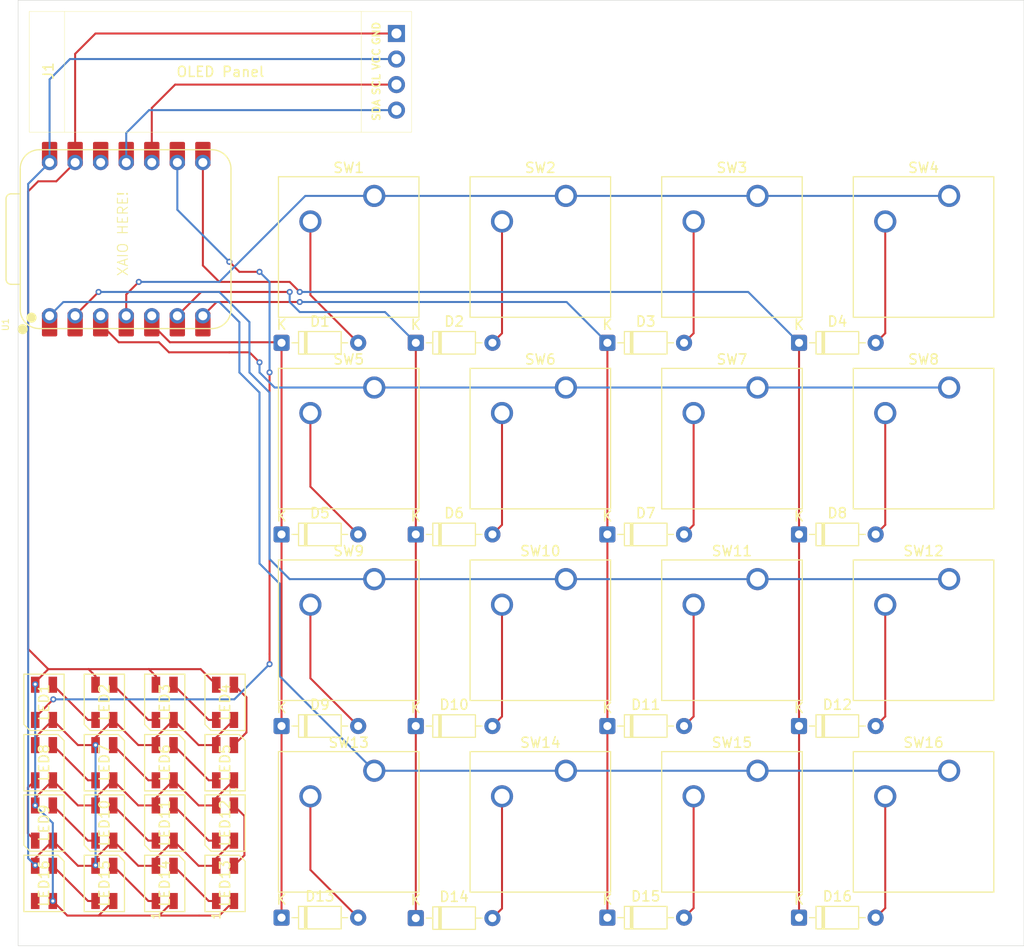
<source format=kicad_pcb>
(kicad_pcb (version 20241229) (generator "pcbnew") (generator_version "9.0")
  (layers (0 "F.Cu" signal) (2 "B.Cu" signal) (13 "F.Paste" user) (15 "B.Paste" user) (5 "F.SilkS" user "F.Silkscreen") (7 "B.SilkS" user "B.Silkscreen") (1 "F.Mask" user) (3 "B.Mask" user) (25 "Edge.Cuts" user))
  (net 0 "")
  (net 1 "+5V")
  (net 2 "Net-(U1-GPIO4{slash}MISO)")
  (net 3 "Net-(U1-GPIO3{slash}MOSI)")
  (net 4 "unconnected-(U1-3V3-Pad12)")
  (net 5 "Net-(D14-A)")
  (net 6 "Net-(D16-A)")
  (net 7 "Net-(U1-GPIO29{slash}ADC3{slash}A3)")
  (net 8 "Net-(U1-GPIO28{slash}ADC2{slash}A2)")
  (net 9 "Net-(U1-GPIO27{slash}ADC1{slash}A1)")
  (net 10 "GND")
  (net 11 "Net-(U1-GPIO26{slash}ADC0{slash}A0)")
  (net 12 "Net-(D1-K)")
  (net 13 "Net-(D1-A)")
  (net 14 "Net-(D10-K)")
  (net 15 "Net-(D2-A)")
  (net 16 "Net-(D11-K)")
  (net 17 "Net-(D3-A)")
  (net 18 "Net-(D12-K)")
  (net 19 "Net-(D4-A)")
  (net 20 "Net-(D5-A)")
  (net 21 "Net-(D6-A)")
  (net 22 "Net-(D7-A)")
  (net 23 "Net-(D8-A)")
  (net 24 "Net-(D9-A)")
  (net 25 "Net-(D10-A)")
  (net 26 "Net-(D11-A)")
  (net 27 "Net-(D12-A)")
  (net 28 "Net-(D13-A)")
  (net 29 "Net-(D15-A)")
  (net 30 "Net-(LED1-DIN)")
  (net 31 "Net-(LED1-DOUT)")
  (net 32 "Net-(LED2-DOUT)")
  (net 33 "Net-(LED3-DOUT)")
  (net 34 "Net-(LED4-DOUT)")
  (net 35 "Net-(LED5-DOUT)")
  (net 36 "Net-(LED6-DOUT)")
  (net 37 "Net-(LED7-DOUT)")
  (net 38 "Net-(LED8-DOUT)")
  (net 39 "Net-(LED10-DIN)")
  (net 40 "Net-(LED11-DOUT)")
  (net 41 "Net-(LED13-DOUT)")
  (net 42 "Net-(LED15-DOUT)")
  (net 43 "Net-(LED10-DOUT)")
  (net 44 "Net-(LED12-DOUT)")
  (net 45 "Net-(LED14-DOUT)")
  (footprint "Button_Switch_Keyboard:SW_Cherry_MX_1.00u_PCB" (layer "F.Cu") (at 133.50875 92.55125)
    (property "Reference" "SW11")
    (property "Value" "SW_Push")
  )
  (footprint "LED_SMD:LED_SK6812MINI_PLCC4_3.5x3.5mm_P1.75mm" (layer "F.Cu") (at 68.575 122.8 90)
    (property "Reference" "LED15")
    (property "Value" "SK6812MINI")
  )
  (footprint "Diode_THT:D_DO-35_SOD27_P7.62mm_Horizontal" (layer "F.Cu") (at 118.58625 107.15625)
    (property "Reference" "D11")
    (property "Value" "1N4148")
  )
  (footprint "Diode_THT:D_DO-35_SOD27_P7.62mm_Horizontal" (layer "F.Cu") (at 137.6393 69.05625)
    (property "Reference" "D4")
    (property "Value" "1N4148")
  )
  (footprint "LED_SMD:LED_SK6812MINI_PLCC4_3.5x3.5mm_P1.75mm" (layer "F.Cu") (at 74.575 110.8 90)
    (property "Reference" "LED6")
    (property "Value" "SK6812MINI")
  )
  (footprint "LED_SMD:LED_SK6812MINI_PLCC4_3.5x3.5mm_P1.75mm" (layer "F.Cu") (at 80.575 104.8 -90)
    (property "Reference" "LED4")
    (property "Value" "SK6812MINI")
  )
  (footprint "Diode_THT:D_DO-35_SOD27_P7.62mm_Horizontal" (layer "F.Cu") (at 137.63625 107.15625)
    (property "Reference" "D12")
    (property "Value" "1N4148")
  )
  (footprint "LED_SMD:LED_SK6812MINI_PLCC4_3.5x3.5mm_P1.75mm" (layer "F.Cu") (at 74.575 122.8 90)
    (property "Reference" "LED14")
    (property "Value" "SK6812MINI")
  )
  (footprint "Button_Switch_Keyboard:SW_Cherry_MX_1.00u_PCB" (layer "F.Cu") (at 152.55875 92.55125)
    (property "Reference" "SW12")
    (property "Value" "SW_Push")
  )
  (footprint "Button_Switch_Keyboard:SW_Cherry_MX_1.00u_PCB" (layer "F.Cu") (at 114.45875 54.45125)
    (property "Reference" "SW2")
    (property "Value" "SW_Push")
  )
  (footprint "Button_Switch_Keyboard:SW_Cherry_MX_1.00u_PCB" (layer "F.Cu") (at 152.55875 111.60125)
    (property "Reference" "SW16")
    (property "Value" "SW_Push")
  )
  (footprint "Diode_THT:D_DO-35_SOD27_P7.62mm_Horizontal" (layer "F.Cu") (at 99.53625 88.10625)
    (property "Reference" "D6")
    (property "Value" "1N4148")
  )
  (footprint "Button_Switch_Keyboard:SW_Cherry_MX_1.00u_PCB" (layer "F.Cu") (at 95.40875 92.55125)
    (property "Reference" "SW9")
    (property "Value" "SW_Push")
  )
  (footprint "Button_Switch_Keyboard:SW_Cherry_MX_1.00u_PCB" (layer "F.Cu") (at 114.45875 111.60125)
    (property "Reference" "SW14")
    (property "Value" "SW_Push")
  )
  (footprint "LED_SMD:LED_SK6812MINI_PLCC4_3.5x3.5mm_P1.75mm" (layer "F.Cu") (at 74.575 116.8 -90)
    (property "Reference" "LED11")
    (property "Value" "SK6812MINI")
  )
  (footprint "Button_Switch_Keyboard:SW_Cherry_MX_1.00u_PCB" (layer "F.Cu") (at 152.55875 73.50125)
    (property "Reference" "SW8")
    (property "Value" "SW_Push")
  )
  (footprint "LED_SMD:LED_SK6812MINI_PLCC4_3.5x3.5mm_P1.75mm" (layer "F.Cu") (at 68.575 110.8 90)
    (property "Reference" "LED7")
    (property "Value" "SK6812MINI")
  )
  (footprint "LED_SMD:LED_SK6812MINI_PLCC4_3.5x3.5mm_P1.75mm" (layer "F.Cu") (at 68.575 116.8 -90)
    (property "Reference" "LED10")
    (property "Value" "SK6812MINI")
  )
  (footprint "Diode_THT:D_DO-35_SOD27_P7.62mm_Horizontal" (layer "F.Cu") (at 118.58625 69.05625)
    (property "Reference" "D3")
    (property "Value" "1N4148")
  )
  (footprint "Button_Switch_Keyboard:SW_Cherry_MX_1.00u_PCB" (layer "F.Cu") (at 114.45875 73.50125)
    (property "Reference" "SW6")
    (property "Value" "SW_Push")
  )
  (footprint "Button_Switch_Keyboard:SW_Cherry_MX_1.00u_PCB" (layer "F.Cu") (at 95.40875 54.45125)
    (property "Reference" "SW1")
    (property "Value" "SW_Push")
  )
  (footprint "LED_SMD:LED_SK6812MINI_PLCC4_3.5x3.5mm_P1.75mm" (layer "F.Cu") (at 62.575 104.8 -90)
    (property "Reference" "LED1")
    (property "Value" "SK6812MINI")
  )
  (footprint "Button_Switch_Keyboard:SW_Cherry_MX_1.00u_PCB" (layer "F.Cu") (at 133.50875 54.45125)
    (property "Reference" "SW3")
    (property "Value" "SW_Push")
  )
  (footprint "Button_Switch_Keyboard:SW_Cherry_MX_1.00u_PCB" (layer "F.Cu") (at 95.40875 73.50125)
    (property "Reference" "SW5")
    (property "Value" "SW_Push")
  )
  (footprint "LED_SMD:LED_SK6812MINI_PLCC4_3.5x3.5mm_P1.75mm" (layer "F.Cu") (at 62.575 110.8 90)
    (property "Reference" "LED8")
    (property "Value" "SK6812MINI")
  )
  (footprint "LED_SMD:LED_SK6812MINI_PLCC4_3.5x3.5mm_P1.75mm" (layer "F.Cu") (at 80.575 116.8 -90)
    (property "Reference" "LED12")
    (property "Value" "SK6812MINI")
  )
  (footprint "Diode_THT:D_DO-35_SOD27_P7.62mm_Horizontal" (layer "F.Cu") (at 99.53625 126.25)
    (property "Reference" "D14")
    (property "Value" "1N4148")
  )
  (footprint "Button_Switch_Keyboard:SW_Cherry_MX_1.00u_PCB" (layer "F.Cu") (at 133.50875 111.60125)
    (property "Reference" "SW15")
    (property "Value" "SW_Push")
  )
  (footprint "Diode_THT:D_DO-35_SOD27_P7.62mm_Horizontal" (layer "F.Cu") (at 99.5385 69.05625)
    (property "Reference" "D2")
    (property "Value" "1N4148")
  )
  (footprint "OLED:SSD1306-0.91-OLED-4pin-128x32" (layer "F.Cu") (at 61.115 36.115)
    (property "Reference" "J1")
    (property "Value" "OLED-1")
  )
  (footprint "Diode_THT:D_DO-35_SOD27_P7.62mm_Horizontal" (layer "F.Cu") (at 86.19 107.15625)
    (property "Reference" "D9")
    (property "Value" "1N4148")
  )
  (footprint "LED_SMD:LED_SK6812MINI_PLCC4_3.5x3.5mm_P1.75mm" (layer "F.Cu") (at 80.575 110.8 90)
    (property "Reference" "LED5")
    (property "Value" "SK6812MINI")
  )
  (footprint "LED_SMD:LED_SK6812MINI_PLCC4_3.5x3.5mm_P1.75mm" (layer "F.Cu") (at 62.575 116.8 -90)
    (property "Reference" "LED9")
    (property "Value" "SK6812MINI")
  )
  (footprint "LED_SMD:LED_SK6812MINI_PLCC4_3.5x3.5mm_P1.75mm" (layer "F.Cu") (at 80.575 122.8 90)
    (property "Reference" "LED13")
    (property "Value" "SK6812MINI")
  )
  (footprint "Diode_THT:D_DO-35_SOD27_P7.62mm_Horizontal" (layer "F.Cu") (at 137.63625 88.10625)
    (property "Reference" "D8")
    (property "Value" "1N4148")
  )
  (footprint "LED_SMD:LED_SK6812MINI_PLCC4_3.5x3.5mm_P1.75mm" (layer "F.Cu") (at 68.575 104.8 -90)
    (property "Reference" "LED2")
    (property "Value" "SK6812MINI")
  )
  (footprint "Button_Switch_Keyboard:SW_Cherry_MX_1.00u_PCB" (layer "F.Cu") (at 114.45875 92.55125)
    (property "Reference" "SW10")
    (property "Value" "SW_Push")
  )
  (footprint "Button_Switch_Keyboard:SW_Cherry_MX_1.00u_PCB" (layer "F.Cu") (at 133.50875 73.50125)
    (property "Reference" "SW7")
    (property "Value" "SW_Push")
  )
  (footprint "Diode_THT:D_DO-35_SOD27_P7.62mm_Horizontal" (layer "F.Cu") (at 99.53625 107.15625)
    (property "Reference" "D10")
    (property "Value" "1N4148")
  )
  (footprint "Diode_THT:D_DO-35_SOD27_P7.62mm_Horizontal" (layer "F.Cu") (at 86.19 69.05625)
    (property "Reference" "D1")
    (property "Value" "1N4148")
  )
  (footprint "Button_Switch_Keyboard:SW_Cherry_MX_1.00u_PCB" (layer "F.Cu") (at 95.40875 111.60125)
    (property "Reference" "SW13")
    (property "Value" "SW_Push")
  )
  (footprint "Diode_THT:D_DO-35_SOD27_P7.62mm_Horizontal" (layer "F.Cu") (at 137.63625 126.20625)
    (property "Reference" "D16")
    (property "Value" "1N4148")
  )
  (footprint "Diode_THT:D_DO-35_SOD27_P7.62mm_Horizontal" (layer "F.Cu") (at 118.58625 88.10625)
    (property "Reference" "D7")
    (property "Value" "1N4148")
  )
  (footprint "Diode_THT:D_DO-35_SOD27_P7.62mm_Horizontal" (layer "F.Cu") (at 86.19 126.20625)
    (property "Reference" "D13")
    (property "Value" "1N4148")
  )
  (footprint "LED_SMD:LED_SK6812MINI_PLCC4_3.5x3.5mm_P1.75mm" (layer "F.Cu") (at 62.575 122.8 90)
    (property "Reference" "LED16")
    (property "Value" "SK6812MINI")
  )
  (footprint "Button_Switch_Keyboard:SW_Cherry_MX_1.00u_PCB" (layer "F.Cu") (at 152.55875 54.45125)
    (property "Reference" "SW4")
    (property "Value" "SW_Push")
  )
  (footprint "LED_SMD:LED_SK6812MINI_PLCC4_3.5x3.5mm_P1.75mm" (layer "F.Cu") (at 74.575 104.8 -90)
    (property "Reference" "LED3")
    (property "Value" "SK6812MINI")
  )
  (footprint "Diode_THT:D_DO-35_SOD27_P7.62mm_Horizontal" (layer "F.Cu") (at 86.19 88.10625)
    (property "Reference" "D5")
    (property "Value" "1N4148")
  )
  (footprint "OPL:XIAO-RP2040-DIP" (layer "F.Cu") (at 70.75 58.75 90)
    (property "Reference" "U1")
    (property "Value" "XIAO-RP2040-DIP")
  )
  (footprint "Diode_THT:D_DO-35_SOD27_P7.62mm_Horizontal" (layer "F.Cu") (at 118.58625 126.20625)
    (property "Reference" "D15")
    (property "Value" "1N4148")
  )
  (gr_rect (start 60 35) (end 160 129) (stroke (width 0.05)) (fill no) (layer "Edge.Cuts"))
  (gr_text "XAIO HERE!" (at 71 62.5 90) (layer "F.SilkS") (effects (font (size 1 1) (thickness 0.1)) (justify left bottom)))
  (segment (start 79.7 121.05) (end 79.7 120.3) (width 0.2) (layer "F.Cu") (net 1))
  (segment (start 71.95 109.05) (end 73.7 109.05) (width 0.2) (layer "F.Cu") (net 1))
  (segment (start 79.7 120.3) (end 81.45 118.55) (width 0.2) (layer "F.Cu") (net 1))
  (segment (start 67.7 109.05) (end 67.7 108.3) (width 0.2) (layer "F.Cu") (net 1))
  (segment (start 65.95 109.05) (end 67.7 109.05) (width 0.2) (layer "F.Cu") (net 1))
  (segment (start 61.7 109.05) (end 61.7 108.3) (width 0.2) (layer "F.Cu") (net 1))
  (segment (start 63.45 118.55) (end 65.95 121.05) (width 0.2) (layer "F.Cu") (net 1))
  (segment (start 77.95 109.05) (end 79.7 109.05) (width 0.2) (layer "F.Cu") (net 1))
  (segment (start 61.7 121) (end 61.7 121.05) (width 0.2) (layer "F.Cu") (net 1))
  (segment (start 71.95 121.05) (end 73.7 121.05) (width 0.2) (layer "F.Cu") (net 1))
  (segment (start 69.45 118.55) (end 67.7 120.3) (width 0.2) (layer "F.Cu") (net 1))
  (segment (start 67.7 108.3) (end 69.45 106.55) (width 0.2) (layer "F.Cu") (net 1))
  (segment (start 79.7 109.05) (end 79.7 108.3) (width 0.2) (layer "F.Cu") (net 1))
  (segment (start 63.45 106.55) (end 65.95 109.05) (width 0.2) (layer "F.Cu") (net 1))
  (segment (start 69.45 118.55) (end 71.95 121.05) (width 0.2) (layer "F.Cu") (net 1))
  (segment (start 75.45 106.55) (end 77.95 109.05) (width 0.2) (layer "F.Cu") (net 1))
  (segment (start 75.45 118.55) (end 77.95 121.05) (width 0.2) (layer "F.Cu") (net 1))
  (segment (start 73.7 120.3) (end 73.7 121.05) (width 0.2) (layer "F.Cu") (net 1))
  (segment (start 61.7 120.3) (end 61.7 121) (width 0.2) (layer "F.Cu") (net 1))
  (segment (start 63.45 118.55) (end 61.7 120.3) (width 0.2) (layer "F.Cu") (net 1))
  (segment (start 75.45 118.55) (end 73.7 120.3) (width 0.2) (layer "F.Cu") (net 1))
  (segment (start 79.7 108.3) (end 81.45 106.55) (width 0.2) (layer "F.Cu") (net 1))
  (segment (start 61.7 108.3) (end 63.45 106.55) (width 0.2) (layer "F.Cu") (net 1))
  (segment (start 65.95 121.05) (end 67.7 121.05) (width 0.2) (layer "F.Cu") (net 1))
  (segment (start 73.7 108.3) (end 75.45 106.55) (width 0.2) (layer "F.Cu") (net 1))
  (segment (start 67.7 121) (end 67.7 121.05) (width 0.2) (layer "F.Cu") (net 1))
  (segment (start 69.45 106.55) (end 71.95 109.05) (width 0.2) (layer "F.Cu") (net 1))
  (segment (start 77.95 121.05) (end 79.7 121.05) (width 0.2) (layer "F.Cu") (net 1))
  (segment (start 73.7 109.05) (end 73.7 108.3) (width 0.2) (layer "F.Cu") (net 1))
  (segment (start 67.7 120.3) (end 67.7 121) (width 0.2) (layer "F.Cu") (net 1))
  (via (at 67.7 121) (size 0.6) (drill 0.3) (layers "F.Cu" "B.Cu") (net 1))
  (via (at 67.7 109.05) (size 0.6) (drill 0.3) (layers "F.Cu" "B.Cu") (net 1))
  (via (at 61.7 121) (size 0.6) (drill 0.3) (layers "F.Cu" "B.Cu") (net 1))
  (segment (start 63.13 42.87) (end 63.13 51.13) (width 0.2) (layer "B.Cu") (net 1))
  (segment (start 65.155 40.845) (end 63.13 42.87) (width 0.2) (layer "B.Cu") (net 1))
  (segment (start 61 120.3) (end 61 53.26) (width 0.2) (layer "B.Cu") (net 1))
  (segment (start 67.7 121) (end 67.7 109.05) (width 0.2) (layer "B.Cu") (net 1))
  (segment (start 61 53.26) (end 63.13 51.13) (width 0.2) (layer "B.Cu") (net 1))
  (segment (start 61.7 121) (end 61 120.3) (width 0.2) (layer "B.Cu") (net 1))
  (segment (start 97.615 40.845) (end 65.155 40.845) (width 0.2) (layer "B.Cu") (net 1))
  (segment (start 73.29 45.71) (end 73.29 50.295) (width 0.2) (layer "F.Cu") (net 2))
  (segment (start 97.615 43.385) (end 75.615 43.385) (width 0.2) (layer "F.Cu") (net 2))
  (segment (start 75.615 43.385) (end 73.29 45.71) (width 0.2) (layer "F.Cu") (net 2))
  (segment (start 73.015 45.925) (end 70.75 48.19) (width 0.2) (layer "B.Cu") (net 3))
  (segment (start 70.75 48.19) (end 70.75 51.13) (width 0.2) (layer "B.Cu") (net 3))
  (segment (start 97.615 45.925) (end 73.015 45.925) (width 0.2) (layer "B.Cu") (net 3))
  (segment (start 68.21 51.13) (end 68.21 50.295) (width 0.2) (layer "F.Cu") (net 4))
  (segment (start 107.15625 126.25) (end 108.10875 125.2975) (width 0.2) (layer "F.Cu") (net 5))
  (segment (start 108.10875 125.2975) (end 108.10875 123.825) (width 0.2) (layer "F.Cu") (net 5))
  (segment (start 108.10875 114.14125) (end 108.10875 123.825) (width 0.2) (layer "F.Cu") (net 5))
  (segment (start 107.15625 126.25) (end 107.15625 126.20625) (width 0.2) (layer "F.Cu") (net 5))
  (segment (start 145.25625 126.20625) (end 146.20875 125.25375) (width 0.2) (layer "F.Cu") (net 6))
  (segment (start 146.20875 125.25375) (end 146.20875 114.14125) (width 0.2) (layer "F.Cu") (net 6))
  (segment (start 70.75 64.25) (end 72 63) (width 0.2) (layer "F.Cu") (net 7))
  (segment (start 70.75 66.37) (end 70.75 64.25) (width 0.2) (layer "F.Cu") (net 7))
  (via (at 72 63) (size 0.6) (drill 0.3) (layers "F.Cu" "B.Cu") (net 7))
  (segment (start 88.54875 54.45125) (end 95.40875 54.45125) (width 0.2) (layer "B.Cu") (net 7))
  (segment (start 95.40875 54.45125) (end 152.55875 54.45125) (width 0.2) (layer "B.Cu") (net 7))
  (segment (start 96 55.0425) (end 95.40875 54.45125) (width 0.2) (layer "B.Cu") (net 7))
  (segment (start 80 63) (end 88.54875 54.45125) (width 0.2) (layer "B.Cu") (net 7))
  (segment (start 94.86 55) (end 95.40875 54.45125) (width 0.2) (layer "B.Cu") (net 7))
  (segment (start 72 63) (end 80 63) (width 0.2) (layer "B.Cu") (net 7))
  (segment (start 68.21 67.21) (end 70 69) (width 0.2) (layer "F.Cu") (net 8))
  (segment (start 75 70) (end 81 70) (width 0.2) (layer "F.Cu") (net 8))
  (segment (start 83 70) (end 84 71) (width 0.2) (layer "F.Cu") (net 8))
  (segment (start 74 69) (end 75 70) (width 0.2) (layer "F.Cu") (net 8))
  (segment (start 70 69) (end 74 69) (width 0.2) (layer "F.Cu") (net 8))
  (segment (start 81 70) (end 83 70) (width 0.2) (layer "F.Cu") (net 8))
  (segment (start 68.21 66.37) (end 68.21 67.21) (width 0.2) (layer "F.Cu") (net 8))
  (via (at 84 71) (size 0.6) (drill 0.3) (layers "F.Cu" "B.Cu") (net 8))
  (segment (start 84 71) (end 84 72) (width 0.2) (layer "B.Cu") (net 8))
  (segment (start 85.50125 73.50125) (end 84 72) (width 0.2) (layer "B.Cu") (net 8))
  (segment (start 95.40875 73.50125) (end 152.55875 73.50125) (width 0.2) (layer "B.Cu") (net 8))
  (segment (start 95.40875 73.50125) (end 85.50125 73.50125) (width 0.2) (layer "B.Cu") (net 8))
  (segment (start 65.67 66.33) (end 68 64) (width 0.2) (layer "F.Cu") (net 9))
  (segment (start 65.67 66.37) (end 65.67 66.33) (width 0.2) (layer "F.Cu") (net 9))
  (via (at 68 64) (size 0.6) (drill 0.3) (layers "F.Cu" "B.Cu") (net 9))
  (segment (start 95.40875 92.55125) (end 87 92.55125) (width 0.2) (layer "B.Cu") (net 9))
  (segment (start 85 74) (end 83 72) (width 0.2) (layer "B.Cu") (net 9))
  (segment (start 80 64) (end 83 67) (width 0.2) (layer "B.Cu") (net 9))
  (segment (start 95.40875 92.55125) (end 152.55875 92.55125) (width 0.2) (layer "B.Cu") (net 9))
  (segment (start 83 72) (end 83 67) (width 0.2) (layer "B.Cu") (net 9))
  (segment (start 85 90.55125) (end 85 74) (width 0.2) (layer "B.Cu") (net 9))
  (segment (start 87 92.55125) (end 85 90.55125) (width 0.2) (layer "B.Cu") (net 9))
  (segment (start 68 64) (end 80 64) (width 0.2) (layer "B.Cu") (net 9))
  (segment (start 79.7 114.3) (end 81.45 112.55) (width 0.2) (layer "F.Cu") (net 10))
  (segment (start 61.7 115.05) (end 61.7 114.3) (width 0.2) (layer "F.Cu") (net 10))
  (segment (start 67.7 115.05) (end 67.7 114.3) (width 0.2) (layer "F.Cu") (net 10))
  (segment (start 63 101.5) (end 67 101.5) (width 0.2) (layer "F.Cu") (net 10))
  (segment (start 61 99.5) (end 61.7 100.2) (width 0.2) (layer "F.Cu") (net 10))
  (segment (start 64.9 126) (end 68 126) (width 0.2) (layer "F.Cu") (net 10))
  (segment (start 75.45 124.55) (end 74 126) (width 0.2) (layer "F.Cu") (net 10))
  (segment (start 67.7 114.3) (end 69.45 112.55) (width 0.2) (layer "F.Cu") (net 10))
  (segment (start 71.95 115.05) (end 73.7 115.05) (width 0.2) (layer "F.Cu") (net 10))
  (segment (start 73 101.5) (end 78.15 101.5) (width 0.2) (layer "F.Cu") (net 10))
  (segment (start 73.7 115.05) (end 73.7 114.3) (width 0.2) (layer "F.Cu") (net 10))
  (segment (start 61 99.5) (end 61 54) (width 0.2) (layer "F.Cu") (net 10))
  (segment (start 63.45 124.55) (end 64.9 126) (width 0.2) (layer "F.Cu") (net 10))
  (segment (start 77.95 115.05) (end 79.7 115.05) (width 0.2) (layer "F.Cu") (net 10))
  (segment (start 67.7 102.2) (end 67 101.5) (width 0.2) (layer "F.Cu") (net 10))
  (segment (start 97.615 38.305) (end 67.695 38.305) (width 0.2) (layer "F.Cu") (net 10))
  (segment (start 61.7 114.3) (end 63.45 112.55) (width 0.2) (layer "F.Cu") (net 10))
  (segment (start 67.695 38.305) (end 65.67 40.33) (width 0.2) (layer "F.Cu") (net 10))
  (segment (start 81.45 124.55) (end 80 126) (width 0.2) (layer "F.Cu") (net 10))
  (segment (start 63 101.5) (end 61.7 100.2) (width 0.2) (layer "F.Cu") (net 10))
  (segment (start 67 101.5) (end 73 101.5) (width 0.2) (layer "F.Cu") (net 10))
  (segment (start 65.67 40.33) (end 65.67 50.295) (width 0.2) (layer "F.Cu") (net 10))
  (segment (start 67.7 103.05) (end 67.7 102.2) (width 0.2) (layer "F.Cu") (net 10))
  (segment (start 73.7 103.05) (end 73.7 102.2) (width 0.2) (layer "F.Cu") (net 10))
  (segment (start 73.7 102.2) (end 73 101.5) (width 0.2) (layer "F.Cu") (net 10))
  (segment (start 75.45 112.55) (end 77.95 115.05) (width 0.2) (layer "F.Cu") (net 10))
  (segment (start 78.15 101.5) (end 79.7 103.05) (width 0.2) (layer "F.Cu") (net 10))
  (segment (start 68 126) (end 69.45 124.55) (width 0.2) (layer "F.Cu") (net 10))
  (segment (start 61.7 103) (end 61.7 102.8) (width 0.2) (layer "F.Cu") (net 10))
  (segment (start 80 126) (end 78 126) (width 0.2) (layer "F.Cu") (net 10))
  (segment (start 68 126) (end 73.5 126) (width 0.2) (layer "F.Cu") (net 10))
  (segment (start 65.95 115.05) (end 67.7 115.05) (width 0.2) (layer "F.Cu") (net 10))
  (segment (start 63.8 53) (end 65.67 51.13) (width 0.2) (layer "F.Cu") (net 10))
  (segment (start 74 126) (end 73.5 126) (width 0.2) (layer "F.Cu") (net 10))
  (segment (start 62 53) (end 63.8 53) (width 0.2) (layer "F.Cu") (net 10))
  (segment (start 69.45 112.55) (end 71.95 115.05) (width 0.2) (layer "F.Cu") (net 10))
  (segment (start 73.7 114.3) (end 75.45 112.55) (width 0.2) (layer "F.Cu") (net 10))
  (segment (start 79.7 115.05) (end 79.7 114.3) (width 0.2) (layer "F.Cu") (net 10))
  (segment (start 61.7 102.8) (end 63 101.5) (width 0.2) (layer "F.Cu") (net 10))
  (segment (start 61 54) (end 62 53) (width 0.2) (layer "F.Cu") (net 10))
  (segment (start 63.45 112.55) (end 65.95 115.05) (width 0.2) (layer "F.Cu") (net 10))
  (segment (start 73.5 126) (end 78 126) (width 0.2) (layer "F.Cu") (net 10))
  (segment (start 61.7 103.05) (end 61.7 103) (width 0.2) (layer "F.Cu") (net 10))
  (via (at 63.45 124.55) (size 0.6) (drill 0.3) (layers "F.Cu" "B.Cu") (net 10))
  (via (at 61.7 115.05) (size 0.6) (drill 0.3) (layers "F.Cu" "B.Cu") (net 10))
  (via (at 61.7 103) (size 0.6) (drill 0.3) (layers "F.Cu" "B.Cu") (net 10))
  (segment (start 61.7 103) (end 61.7 115.05) (width 0.2) (layer "B.Cu") (net 10))
  (segment (start 61.7 115.05) (end 63.45 116.8) (width 0.2) (layer "B.Cu") (net 10))
  (segment (start 63.45 116.8) (end 63.45 124.55) (width 0.2) (layer "B.Cu") (net 10))
  (segment (start 86 93) (end 84 91) (width 0.2) (layer "B.Cu") (net 11))
  (segment (start 84 91) (end 84 74) (width 0.2) (layer "B.Cu") (net 11))
  (segment (start 63.13 66.37) (end 64.5 65) (width 0.2) (layer "B.Cu") (net 11))
  (segment (start 95.40875 111.60125) (end 152.55875 111.60125) (width 0.2) (layer "B.Cu") (net 11))
  (segment (start 64.5 65) (end 80 65) (width 0.2) (layer "B.Cu") (net 11))
  (segment (start 95.40875 111.60125) (end 86 102.1925) (width 0.2) (layer "B.Cu") (net 11))
  (segment (start 80 65) (end 82 67) (width 0.2) (layer "B.Cu") (net 11))
  (segment (start 82 72) (end 82 67) (width 0.2) (layer "B.Cu") (net 11))
  (segment (start 84 74) (end 82 72) (width 0.2) (layer "B.Cu") (net 11))
  (segment (start 86 102.1925) (end 86 93) (width 0.2) (layer "B.Cu") (net 11))
  (segment (start 86.13375 69) (end 86.19 69.05625) (width 0.2) (layer "F.Cu") (net 12))
  (segment (start 73.29 66.37) (end 73.29 67.205) (width 0.2) (layer "F.Cu") (net 12))
  (segment (start 75.085 69) (end 86.13375 69) (width 0.2) (layer "F.Cu") (net 12))
  (segment (start 86.19 69.05625) (end 86.19 126.20625) (width 0.2) (layer "F.Cu") (net 12))
  (segment (start 73.29 67.205) (end 75.085 69) (width 0.2) (layer "F.Cu") (net 12))
  (segment (start 89.05875 64.305) (end 93.81 69.05625) (width 0.2) (layer "F.Cu") (net 13))
  (segment (start 89.05875 56.99125) (end 89.05875 64.305) (width 0.2) (layer "F.Cu") (net 13))
  (segment (start 75.83 66.37) (end 78.2 64) (width 0.2) (layer "F.Cu") (net 14))
  (segment (start 99.5385 69.05625) (end 99.5385 126.24775) (width 0.2) (layer "F.Cu") (net 14))
  (segment (start 78.2 64) (end 87 64) (width 0.2) (layer "F.Cu") (net 14))
  (segment (start 99.5385 126.24775) (end 99.53625 126.25) (width 0.2) (layer "F.Cu") (net 14))
  (via (at 87 64) (size 0.6) (drill 0.3) (layers "F.Cu" "B.Cu") (net 14))
  (segment (start 88 66) (end 96.48225 66) (width 0.2) (layer "B.Cu") (net 14))
  (segment (start 87 65) (end 88 66) (width 0.2) (layer "B.Cu") (net 14))
  (segment (start 87 64) (end 87 65) (width 0.2) (layer "B.Cu") (net 14))
  (segment (start 96.48225 66) (end 99.5385 69.05625) (width 0.2) (layer "B.Cu") (net 14))
  (segment (start 107.1585 69.05625) (end 108.10875 68.106) (width 0.2) (layer "F.Cu") (net 15))
  (segment (start 108.10875 68.106) (end 108.10875 56.99125) (width 0.2) (layer "F.Cu") (net 15))
  (segment (start 118.58625 126.20625) (end 118.58625 69.05625) (width 0.2) (layer "F.Cu") (net 16))
  (segment (start 79.74 65) (end 88 65) (width 0.2) (layer "F.Cu") (net 16))
  (segment (start 78.37 66.37) (end 79.74 65) (width 0.2) (layer "F.Cu") (net 16))
  (via (at 88 65) (size 0.6) (drill 0.3) (layers "F.Cu" "B.Cu") (net 16))
  (segment (start 114.53 65) (end 118.58625 69.05625) (width 0.2) (layer "B.Cu") (net 16))
  (segment (start 88 65) (end 114.53 65) (width 0.2) (layer "B.Cu") (net 16))
  (segment (start 126.20625 69.05625) (end 127.15875 68.10375) (width 0.2) (layer "F.Cu") (net 17))
  (segment (start 127.15875 68.10375) (end 127.15875 56.99125) (width 0.2) (layer "F.Cu") (net 17))
  (segment (start 80 63) (end 87 63) (width 0.2) (layer "F.Cu") (net 18))
  (segment (start 78.37 61.37) (end 80 63) (width 0.2) (layer "F.Cu") (net 18))
  (segment (start 78.37 51.13) (end 78.37 61.37) (width 0.2) (layer "F.Cu") (net 18))
  (segment (start 137.6393 126.2032) (end 137.63625 126.20625) (width 0.2) (layer "F.Cu") (net 18))
  (segment (start 87 63) (end 88 64) (width 0.2) (layer "F.Cu") (net 18))
  (segment (start 137.6393 69.05625) (end 137.6393 126.2032) (width 0.2) (layer "F.Cu") (net 18))
  (via (at 88 64) (size 0.6) (drill 0.3) (layers "F.Cu" "B.Cu") (net 18))
  (segment (start 132.58305 64) (end 137.6393 69.05625) (width 0.2) (layer "B.Cu") (net 18))
  (segment (start 88 64) (end 132.58305 64) (width 0.2) (layer "B.Cu") (net 18))
  (segment (start 145.2593 69.05625) (end 146.20875 68.1068) (width 0.2) (layer "F.Cu") (net 19))
  (segment (start 146.20875 68.1068) (end 146.20875 56.99125) (width 0.2) (layer "F.Cu") (net 19))
  (segment (start 93.81 88.10625) (end 89.05875 83.355) (width 0.2) (layer "F.Cu") (net 20))
  (segment (start 89.05875 83.355) (end 89.05875 76.04125) (width 0.2) (layer "F.Cu") (net 20))
  (segment (start 108.10875 87.15375) (end 108.10875 76.04125) (width 0.2) (layer "F.Cu") (net 21))
  (segment (start 107.15625 88.10625) (end 108.10875 87.15375) (width 0.2) (layer "F.Cu") (net 21))
  (segment (start 126.20625 88.10625) (end 127.15875 87.15375) (width 0.2) (layer "F.Cu") (net 22))
  (segment (start 127.15875 87.15375) (end 127.15875 76.04125) (width 0.2) (layer "F.Cu") (net 22))
  (segment (start 145.25625 88.10625) (end 146.20875 87.15375) (width 0.2) (layer "F.Cu") (net 23))
  (segment (start 146.20875 87.15375) (end 146.20875 76.04125) (width 0.2) (layer "F.Cu") (net 23))
  (segment (start 93.81 107.15625) (end 89.05875 102.405) (width 0.2) (layer "F.Cu") (net 24))
  (segment (start 89.05875 102.405) (end 89.05875 95.09125) (width 0.2) (layer "F.Cu") (net 24))
  (segment (start 108.10875 106.20375) (end 108.10875 95.09125) (width 0.2) (layer "F.Cu") (net 25))
  (segment (start 107.15625 107.15625) (end 108.10875 106.20375) (width 0.2) (layer "F.Cu") (net 25))
  (segment (start 127.15875 106.20375) (end 127.15875 95.09125) (width 0.2) (layer "F.Cu") (net 26))
  (segment (start 126.20625 107.15625) (end 127.15875 106.20375) (width 0.2) (layer "F.Cu") (net 26))
  (segment (start 145.25625 107.15625) (end 146.20875 106.20375) (width 0.2) (layer "F.Cu") (net 27))
  (segment (start 146.20875 106.20375) (end 146.20875 95.09125) (width 0.2) (layer "F.Cu") (net 27))
  (segment (start 89.05875 114.14125) (end 89.05875 121.455) (width 0.2) (layer "F.Cu") (net 28))
  (segment (start 89.05875 121.455) (end 93.81 126.20625) (width 0.2) (layer "F.Cu") (net 28))
  (segment (start 127.15875 125.25375) (end 127.15875 114.14125) (width 0.2) (layer "F.Cu") (net 29))
  (segment (start 126.20625 126.20625) (end 127.15875 125.25375) (width 0.2) (layer "F.Cu") (net 29))
  (segment (start 61.7 106.55) (end 61.7 106.3) (width 0.2) (layer "F.Cu") (net 30))
  (segment (start 82 62) (end 84 62) (width 0.2) (layer "F.Cu") (net 30))
  (segment (start 85 100) (end 85 72) (width 0.2) (layer "F.Cu") (net 30))
  (segment (start 85 101) (end 85 100) (width 0.2) (layer "F.Cu") (net 30))
  (segment (start 81 61) (end 82 62) (width 0.2) (layer "F.Cu") (net 30))
  (segment (start 61.7 106.3) (end 63.5 104.5) (width 0.2) (layer "F.Cu") (net 30))
  (via (at 85 101) (size 0.6) (drill 0.3) (layers "F.Cu" "B.Cu") (net 30))
  (via (at 63.5 104.5) (size 0.6) (drill 0.3) (layers "F.Cu" "B.Cu") (net 30))
  (via (at 84 62) (size 0.6) (drill 0.3) (layers "F.Cu" "B.Cu") (net 30))
  (via (at 85 72) (size 0.6) (drill 0.3) (layers "F.Cu" "B.Cu") (net 30))
  (via (at 81 61) (size 0.6) (drill 0.3) (layers "F.Cu" "B.Cu") (net 30))
  (segment (start 63.5 104.5) (end 81.5 104.5) (width 0.2) (layer "B.Cu") (net 30))
  (segment (start 81.5 104.5) (end 85 101) (width 0.2) (layer "B.Cu") (net 30))
  (segment (start 75.83 55.83) (end 81 61) (width 0.2) (layer "B.Cu") (net 30))
  (segment (start 75.83 51.13) (end 75.83 55.83) (width 0.2) (layer "B.Cu") (net 30))
  (segment (start 85 63) (end 85 72) (width 0.2) (layer "B.Cu") (net 30))
  (segment (start 84 62) (end 85 63) (width 0.2) (layer "B.Cu") (net 30))
  (segment (start 66.95 106.55) (end 67.7 106.55) (width 0.2) (layer "F.Cu") (net 31))
  (segment (start 63.45 103.05) (end 66.95 106.55) (width 0.2) (layer "F.Cu") (net 31))
  (segment (start 69.45 103.05) (end 72.95 106.55) (width 0.2) (layer "F.Cu") (net 32))
  (segment (start 72.95 106.55) (end 73.7 106.55) (width 0.2) (layer "F.Cu") (net 32))
  (segment (start 78.95 106.55) (end 79.7 106.55) (width 0.2) (layer "F.Cu") (net 33))
  (segment (start 75.45 103.05) (end 78.95 106.55) (width 0.2) (layer "F.Cu") (net 33))
  (segment (start 81.45 103.05) (end 82.7 104.3) (width 0.2) (layer "F.Cu") (net 34))
  (segment (start 82.7 104.3) (end 82.7 107.8) (width 0.2) (layer "F.Cu") (net 34))
  (segment (start 82.7 107.8) (end 82.5 108) (width 0.2) (layer "F.Cu") (net 34))
  (segment (start 81.45 109.05) (end 82.5 108) (width 0.2) (layer "F.Cu") (net 34))
  (segment (start 75.45 109.05) (end 78.95 112.55) (width 0.2) (layer "F.Cu") (net 35))
  (segment (start 78.95 112.55) (end 79.7 112.55) (width 0.2) (layer "F.Cu") (net 35))
  (segment (start 69.45 109.05) (end 72.95 112.55) (width 0.2) (layer "F.Cu") (net 36))
  (segment (start 72.95 112.55) (end 73.7 112.55) (width 0.2) (layer "F.Cu") (net 36))
  (segment (start 63.45 109.05) (end 66.95 112.55) (width 0.2) (layer "F.Cu") (net 37))
  (segment (start 66.95 112.55) (end 67.7 112.55) (width 0.2) (layer "F.Cu") (net 37))
  (segment (start 61.7 118.55) (end 60.975 117.825) (width 0.2) (layer "F.Cu") (net 38))
  (segment (start 60.975 117.825) (end 60.975 113.275) (width 0.2) (layer "F.Cu") (net 38))
  (segment (start 60.975 113.275) (end 61.7 112.55) (width 0.2) (layer "F.Cu") (net 38))
  (segment (start 66.95 118.55) (end 67.7 118.55) (width 0.2) (layer "F.Cu") (net 39))
  (segment (start 63.45 115.05) (end 66.95 118.55) (width 0.2) (layer "F.Cu") (net 39))
  (segment (start 75.45 115.05) (end 78.95 118.55) (width 0.2) (layer "F.Cu") (net 40))
  (segment (start 78.95 118.55) (end 79.7 118.55) (width 0.2) (layer "F.Cu") (net 40))
  (segment (start 78.95 124.55) (end 75.45 121.05) (width 0.2) (layer "F.Cu") (net 41))
  (segment (start 79.7 124.55) (end 78.95 124.55) (width 0.2) (layer "F.Cu") (net 41))
  (segment (start 63.45 121.05) (end 66.95 124.55) (width 0.2) (layer "F.Cu") (net 42))
  (segment (start 66.95 124.55) (end 67.7 124.55) (width 0.2) (layer "F.Cu") (net 42))
  (segment (start 72.95 118.55) (end 73.7 118.55) (width 0.2) (layer "F.Cu") (net 43))
  (segment (start 69.45 115.05) (end 72.95 118.55) (width 0.2) (layer "F.Cu") (net 43))
  (segment (start 81.45 115.05) (end 82.5 116.1) (width 0.2) (layer "F.Cu") (net 44))
  (segment (start 82.5 116.1) (end 82.5 120) (width 0.2) (layer "F.Cu") (net 44))
  (segment (start 82.5 120) (end 81.45 121.05) (width 0.2) (layer "F.Cu") (net 44))
  (segment (start 72.95 124.55) (end 73.7 124.55) (width 0.2) (layer "F.Cu") (net 45))
  (segment (start 69.45 121.05) (end 72.95 124.55) (width 0.2) (layer "F.Cu") (net 45))
)
</source>
